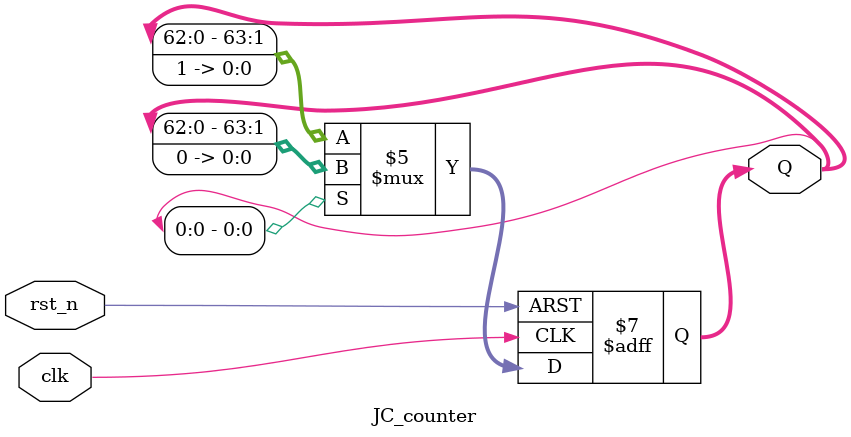
<source format=sv>
module JC_counter(
    input clk,
    input rst_n,
    output reg [63:0] Q
);
    always @(posedge clk or negedge rst_n) begin
        if (!rst_n) begin
            Q <= 64'b0;
        end else if (Q[0] == 1'b0) begin
            Q <= {Q[62:0], 1'b1};
        end else begin
            Q <= {Q[62:0], 1'b0};
        end
    end
endmodule
</source>
